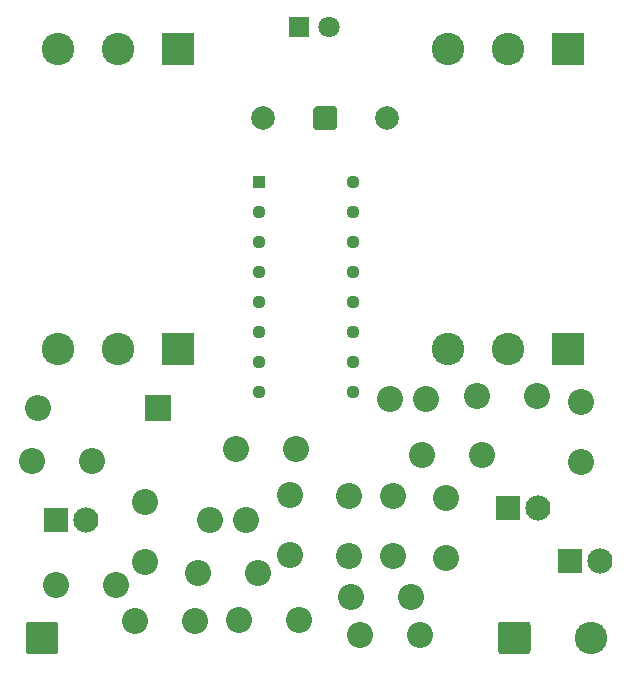
<source format=gts>
%TF.GenerationSoftware,KiCad,Pcbnew,(5.1.6)-1*%
%TF.CreationDate,2021-04-19T00:14:33-04:00*%
%TF.ProjectId,fafnir-v2,6661666e-6972-42d7-9632-2e6b69636164,rev?*%
%TF.SameCoordinates,Original*%
%TF.FileFunction,Soldermask,Top*%
%TF.FilePolarity,Negative*%
%FSLAX46Y46*%
G04 Gerber Fmt 4.6, Leading zero omitted, Abs format (unit mm)*
G04 Created by KiCad (PCBNEW (5.1.6)-1) date 2021-04-19 00:14:33*
%MOMM*%
%LPD*%
G01*
G04 APERTURE LIST*
%ADD10C,2.743200*%
%ADD11R,2.743200X2.743200*%
%ADD12C,2.000000*%
%ADD13C,1.800000*%
%ADD14R,1.800000X1.800000*%
%ADD15C,2.750000*%
%ADD16C,2.203200*%
%ADD17R,1.130000X1.130000*%
%ADD18C,1.130000*%
%ADD19R,2.200000X2.200000*%
%ADD20O,2.200000X2.200000*%
%ADD21R,2.133600X2.133600*%
%ADD22C,2.133600*%
G04 APERTURE END LIST*
D10*
X59620000Y-52100000D03*
X64700000Y-52100000D03*
D11*
X69780000Y-52100000D03*
D10*
X26620000Y-52100000D03*
X31700000Y-52100000D03*
D11*
X36780000Y-52100000D03*
X69780000Y-77500000D03*
D10*
X64700000Y-77500000D03*
X59620000Y-77500000D03*
X26620000Y-77500000D03*
X31700000Y-77500000D03*
D11*
X36780000Y-77500000D03*
D12*
X44000000Y-58000000D03*
D13*
X49540000Y-50250000D03*
D14*
X47000000Y-50250000D03*
G36*
G01*
X63875000Y-103124750D02*
X63875000Y-100875250D01*
G75*
G02*
X64125250Y-100625000I250250J0D01*
G01*
X66374750Y-100625000D01*
G75*
G02*
X66625000Y-100875250I0J-250250D01*
G01*
X66625000Y-103124750D01*
G75*
G02*
X66374750Y-103375000I-250250J0D01*
G01*
X64125250Y-103375000D01*
G75*
G02*
X63875000Y-103124750I0J250250D01*
G01*
G37*
G36*
G01*
X23875000Y-103124750D02*
X23875000Y-100875250D01*
G75*
G02*
X24125250Y-100625000I250250J0D01*
G01*
X26374750Y-100625000D01*
G75*
G02*
X26625000Y-100875250I0J-250250D01*
G01*
X26625000Y-103124750D01*
G75*
G02*
X26374750Y-103375000I-250250J0D01*
G01*
X24125250Y-103375000D01*
G75*
G02*
X23875000Y-103124750I0J250250D01*
G01*
G37*
D15*
X71750000Y-102000000D03*
D12*
X54500000Y-58000000D03*
G36*
G01*
X50250000Y-57182000D02*
X50250000Y-58818000D01*
G75*
G02*
X50068000Y-59000000I-182000J0D01*
G01*
X48432000Y-59000000D01*
G75*
G02*
X48250000Y-58818000I0J182000D01*
G01*
X48250000Y-57182000D01*
G75*
G02*
X48432000Y-57000000I182000J0D01*
G01*
X50068000Y-57000000D01*
G75*
G02*
X50250000Y-57182000I0J-182000D01*
G01*
G37*
D16*
X51300000Y-95040000D03*
X51300000Y-89960000D03*
X52210000Y-101750000D03*
X57290000Y-101750000D03*
X46250000Y-89860000D03*
X46250000Y-94940000D03*
X38200000Y-100600000D03*
X33120000Y-100600000D03*
X55000000Y-89960000D03*
X55000000Y-95040000D03*
X59500000Y-95250000D03*
X59500000Y-90170000D03*
X62120000Y-81500000D03*
X67200000Y-81500000D03*
X24460000Y-87000000D03*
X29540000Y-87000000D03*
X41710000Y-86000000D03*
X46790000Y-86000000D03*
D17*
X43660000Y-63400000D03*
D18*
X43660000Y-65940000D03*
X43660000Y-68480000D03*
X43660000Y-71020000D03*
X43660000Y-73560000D03*
X43660000Y-76100000D03*
X43660000Y-78640000D03*
X43660000Y-81180000D03*
X51600000Y-81180000D03*
X51600000Y-78640000D03*
X51600000Y-76100000D03*
X51600000Y-73560000D03*
X51600000Y-71020000D03*
X51600000Y-68480000D03*
X51600000Y-65940000D03*
X51600000Y-63400000D03*
D19*
X35060000Y-82500000D03*
D20*
X24900000Y-82500000D03*
D21*
X69980000Y-95500000D03*
D22*
X72520000Y-95500000D03*
D16*
X70900000Y-82000000D03*
X70900000Y-87080000D03*
X51460000Y-98500000D03*
X56540000Y-98500000D03*
X47040000Y-100500000D03*
X41960000Y-100500000D03*
X34000000Y-90460000D03*
X34000000Y-95540000D03*
D21*
X64730000Y-91000000D03*
D22*
X67270000Y-91000000D03*
D16*
X57460000Y-86500000D03*
X62540000Y-86500000D03*
X54750000Y-81750000D03*
X57750000Y-81750000D03*
X26460000Y-97500000D03*
X31540000Y-97500000D03*
X38460000Y-96500000D03*
X43540000Y-96500000D03*
D21*
X26480000Y-92000000D03*
D22*
X29020000Y-92000000D03*
D16*
X42500000Y-92000000D03*
X39500000Y-92000000D03*
M02*

</source>
